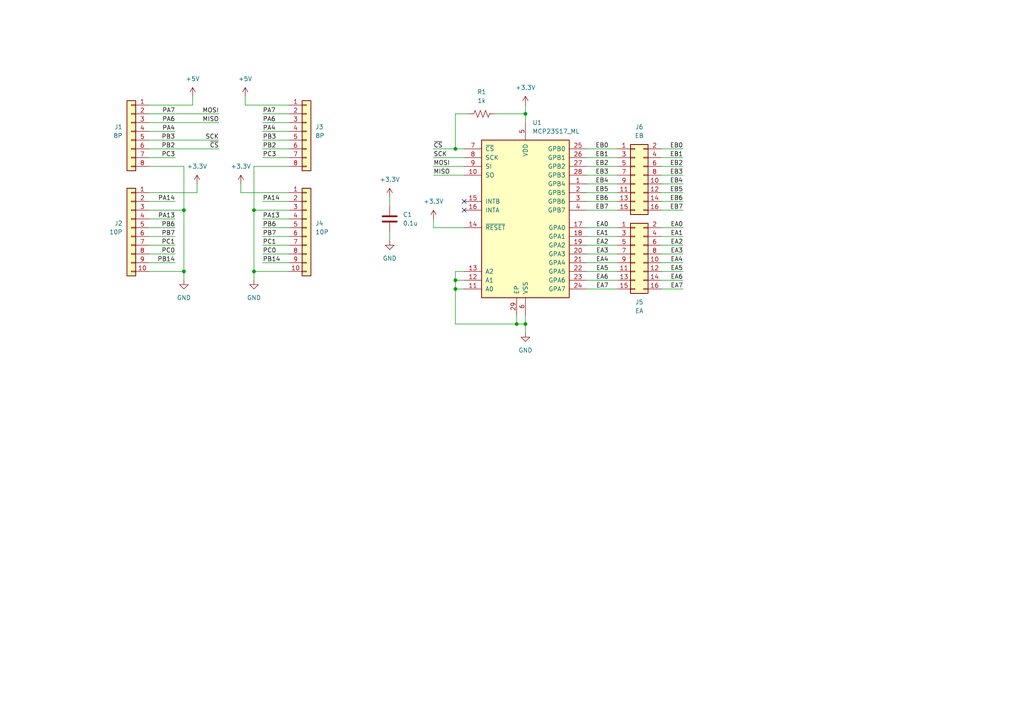
<source format=kicad_sch>
(kicad_sch (version 20211123) (generator eeschema)
  (paper "A4")
  (lib_symbols
    (symbol "Connector_Generic:Conn_01x08" (pin_names (offset 1.016) hide)
      (property "Reference" "J" (at 0 10.16 0))
      (property "Value" "Conn_01x08" (at 0 -12.7 0))
      (symbol "Conn_01x08_1_1"
        (rectangle (start -1.27 -10.033) (end 0 -10.287) (stroke (width 0.1524)))
        (rectangle (start -1.27 -7.493) (end 0 -7.747) (stroke (width 0.1524)))
        (rectangle (start -1.27 -4.953) (end 0 -5.207) (stroke (width 0.1524)))
        (rectangle (start -1.27 -2.413) (end 0 -2.667) (stroke (width 0.1524)))
        (rectangle (start -1.27 0.127) (end 0 -0.127) (stroke (width 0.1524)))
        (rectangle (start -1.27 2.667) (end 0 2.413) (stroke (width 0.1524)))
        (rectangle (start -1.27 5.207) (end 0 4.953) (stroke (width 0.1524)))
        (rectangle (start -1.27 7.747) (end 0 7.493) (stroke (width 0.1524)))
        (rectangle (start -1.27 8.89) (end 1.27 -11.43) (stroke (width 0.254)) (fill (type background)))
        (pin passive line (at -5.08 7.62 0) (length 3.81) (name "Pin_1") (number "1"))
        (pin passive line (at -5.08 5.08 0) (length 3.81) (name "Pin_2") (number "2"))
        (pin passive line (at -5.08 2.54 0) (length 3.81) (name "Pin_3") (number "3"))
        (pin passive line (at -5.08 0 0) (length 3.81) (name "Pin_4") (number "4"))
        (pin passive line (at -5.08 -2.54 0) (length 3.81) (name "Pin_5") (number "5"))
        (pin passive line (at -5.08 -5.08 0) (length 3.81) (name "Pin_6") (number "6"))
        (pin passive line (at -5.08 -7.62 0) (length 3.81) (name "Pin_7") (number "7"))
        (pin passive line (at -5.08 -10.16 0) (length 3.81) (name "Pin_8") (number "8"))
      )
    )
    (symbol "Connector_Generic:Conn_01x10" (pin_names (offset 1.016) hide)
      (property "Reference" "J" (at 0 12.7 0))
      (property "Value" "Conn_01x10" (at 0 -15.24 0))
      (symbol "Conn_01x10_1_1"
        (rectangle (start -1.27 -12.573) (end 0 -12.827) (stroke (width 0.1524)))
        (rectangle (start -1.27 -10.033) (end 0 -10.287) (stroke (width 0.1524)))
        (rectangle (start -1.27 -7.493) (end 0 -7.747) (stroke (width 0.1524)))
        (rectangle (start -1.27 -4.953) (end 0 -5.207) (stroke (width 0.1524)))
        (rectangle (start -1.27 -2.413) (end 0 -2.667) (stroke (width 0.1524)))
        (rectangle (start -1.27 0.127) (end 0 -0.127) (stroke (width 0.1524)))
        (rectangle (start -1.27 2.667) (end 0 2.413) (stroke (width 0.1524)))
        (rectangle (start -1.27 5.207) (end 0 4.953) (stroke (width 0.1524)))
        (rectangle (start -1.27 7.747) (end 0 7.493) (stroke (width 0.1524)))
        (rectangle (start -1.27 10.287) (end 0 10.033) (stroke (width 0.1524)))
        (rectangle (start -1.27 11.43) (end 1.27 -13.97) (stroke (width 0.254)) (fill (type background)))
        (pin passive line (at -5.08 10.16 0) (length 3.81) (name "Pin_1") (number "1"))
        (pin passive line (at -5.08 -12.7 0) (length 3.81) (name "Pin_10") (number "10"))
        (pin passive line (at -5.08 7.62 0) (length 3.81) (name "Pin_2") (number "2"))
        (pin passive line (at -5.08 5.08 0) (length 3.81) (name "Pin_3") (number "3"))
        (pin passive line (at -5.08 2.54 0) (length 3.81) (name "Pin_4") (number "4"))
        (pin passive line (at -5.08 0 0) (length 3.81) (name "Pin_5") (number "5"))
        (pin passive line (at -5.08 -2.54 0) (length 3.81) (name "Pin_6") (number "6"))
        (pin passive line (at -5.08 -5.08 0) (length 3.81) (name "Pin_7") (number "7"))
        (pin passive line (at -5.08 -7.62 0) (length 3.81) (name "Pin_8") (number "8"))
        (pin passive line (at -5.08 -10.16 0) (length 3.81) (name "Pin_9") (number "9"))
      )
    )
    (symbol "Connector_Generic:Conn_02x08_Odd_Even" (pin_names (offset 1.016) hide)
      (property "Reference" "J" (at 1.27 10.16 0))
      (property "Value" "Conn_02x08_Odd_Even" (at 1.27 -12.7 0))
      (symbol "Conn_02x08_Odd_Even_1_1"
        (rectangle (start -1.27 -10.033) (end 0 -10.287) (stroke (width 0.1524)))
        (rectangle (start -1.27 -7.493) (end 0 -7.747) (stroke (width 0.1524)))
        (rectangle (start -1.27 -4.953) (end 0 -5.207) (stroke (width 0.1524)))
        (rectangle (start -1.27 -2.413) (end 0 -2.667) (stroke (width 0.1524)))
        (rectangle (start -1.27 0.127) (end 0 -0.127) (stroke (width 0.1524)))
        (rectangle (start -1.27 2.667) (end 0 2.413) (stroke (width 0.1524)))
        (rectangle (start -1.27 5.207) (end 0 4.953) (stroke (width 0.1524)))
        (rectangle (start -1.27 7.747) (end 0 7.493) (stroke (width 0.1524)))
        (rectangle (start -1.27 8.89) (end 3.81 -11.43) (stroke (width 0.254)) (fill (type background)))
        (rectangle (start 3.81 -10.033) (end 2.54 -10.287) (stroke (width 0.1524)))
        (rectangle (start 3.81 -7.493) (end 2.54 -7.747) (stroke (width 0.1524)))
        (rectangle (start 3.81 -4.953) (end 2.54 -5.207) (stroke (width 0.1524)))
        (rectangle (start 3.81 -2.413) (end 2.54 -2.667) (stroke (width 0.1524)))
        (rectangle (start 3.81 0.127) (end 2.54 -0.127) (stroke (width 0.1524)))
        (rectangle (start 3.81 2.667) (end 2.54 2.413) (stroke (width 0.1524)))
        (rectangle (start 3.81 5.207) (end 2.54 4.953) (stroke (width 0.1524)))
        (rectangle (start 3.81 7.747) (end 2.54 7.493) (stroke (width 0.1524)))
        (pin passive line (at -5.08 7.62 0) (length 3.81) (name "Pin_1") (number "1"))
        (pin passive line (at 7.62 -2.54 180) (length 3.81) (name "Pin_10") (number "10"))
        (pin passive line (at -5.08 -5.08 0) (length 3.81) (name "Pin_11") (number "11"))
        (pin passive line (at 7.62 -5.08 180) (length 3.81) (name "Pin_12") (number "12"))
        (pin passive line (at -5.08 -7.62 0) (length 3.81) (name "Pin_13") (number "13"))
        (pin passive line (at 7.62 -7.62 180) (length 3.81) (name "Pin_14") (number "14"))
        (pin passive line (at -5.08 -10.16 0) (length 3.81) (name "Pin_15") (number "15"))
        (pin passive line (at 7.62 -10.16 180) (length 3.81) (name "Pin_16") (number "16"))
        (pin passive line (at 7.62 7.62 180) (length 3.81) (name "Pin_2") (number "2"))
        (pin passive line (at -5.08 5.08 0) (length 3.81) (name "Pin_3") (number "3"))
        (pin passive line (at 7.62 5.08 180) (length 3.81) (name "Pin_4") (number "4"))
        (pin passive line (at -5.08 2.54 0) (length 3.81) (name "Pin_5") (number "5"))
        (pin passive line (at 7.62 2.54 180) (length 3.81) (name "Pin_6") (number "6"))
        (pin passive line (at -5.08 0 0) (length 3.81) (name "Pin_7") (number "7"))
        (pin passive line (at 7.62 0 180) (length 3.81) (name "Pin_8") (number "8"))
        (pin passive line (at -5.08 -2.54 0) (length 3.81) (name "Pin_9") (number "9"))
      )
    )
    (symbol "Device:C" (pin_numbers hide) (pin_names (offset 0.254))
      (property "Reference" "C" (at 0.635 2.54 0))
      (property "Value" "C" (at 0.635 -2.54 0))
      (symbol "C_0_1"
        (polyline (pts (xy -2.032 -0.762) (xy 2.032 -0.762)) (stroke (width 0.508)))
        (polyline (pts (xy -2.032 0.762) (xy 2.032 0.762)) (stroke (width 0.508)))
      )
      (symbol "C_1_1"
        (pin passive line (at 0 3.81 270) (length 2.794) (name "~") (number "1"))
        (pin passive line (at 0 -3.81 90) (length 2.794) (name "~") (number "2"))
      )
    )
    (symbol "Device:R_US" (pin_numbers hide) (pin_names (offset 0))
      (property "Reference" "R" (at 2.54 0 90))
      (property "Value" "R_US" (at -2.54 0 90))
      (symbol "R_US_0_1"
        (polyline (pts (xy 0 -2.286) (xy 0 -2.54)))
        (polyline (pts (xy 0 2.286) (xy 0 2.54)))
        (polyline (pts (xy 0 -0.762) (xy 1.016 -1.143) (xy 0 -1.524) (xy -1.016 -1.905) (xy 0 -2.286)))
        (polyline (pts (xy 0 0.762) (xy 1.016 0.381) (xy 0 0) (xy -1.016 -0.381) (xy 0 -0.762)))
        (polyline (pts (xy 0 2.286) (xy 1.016 1.905) (xy 0 1.524) (xy -1.016 1.143) (xy 0 0.762)))
      )
      (symbol "R_US_1_1"
        (pin passive line (at 0 3.81 270) (length 1.27) (name "~") (number "1"))
        (pin passive line (at 0 -3.81 90) (length 1.27) (name "~") (number "2"))
      )
    )
    (symbol "Interface_Expansion:MCP23S17_ML" (pin_names (offset 1.016))
      (property "Reference" "U" (at -11.43 24.13 0))
      (property "Value" "MCP23S17_ML" (at 0 0 0))
      (symbol "MCP23S17_ML_0_1"
        (rectangle (start -12.7 22.86) (end 12.7 -22.86) (stroke (width 0.254)) (fill (type background)))
      )
      (symbol "MCP23S17_ML_1_1"
        (pin bidirectional line (at 17.78 10.16 180) (length 5.08) (name "GPB4") (number "1"))
        (pin output line (at -17.78 12.7 0) (length 5.08) (name "SO") (number "10"))
        (pin input line (at -17.78 -20.32 0) (length 5.08) (name "A0") (number "11"))
        (pin input line (at -17.78 -17.78 0) (length 5.08) (name "A1") (number "12"))
        (pin input line (at -17.78 -15.24 0) (length 5.08) (name "A2") (number "13"))
        (pin input line (at -17.78 -2.54 0) (length 5.08) (name "~{RESET}") (number "14"))
        (pin tri_state line (at -17.78 5.08 0) (length 5.08) (name "INTB") (number "15"))
        (pin tri_state line (at -17.78 2.54 0) (length 5.08) (name "INTA") (number "16"))
        (pin bidirectional line (at 17.78 -2.54 180) (length 5.08) (name "GPA0") (number "17"))
        (pin bidirectional line (at 17.78 -5.08 180) (length 5.08) (name "GPA1") (number "18"))
        (pin bidirectional line (at 17.78 -7.62 180) (length 5.08) (name "GPA2") (number "19"))
        (pin bidirectional line (at 17.78 7.62 180) (length 5.08) (name "GPB5") (number "2"))
        (pin bidirectional line (at 17.78 -10.16 180) (length 5.08) (name "GPA3") (number "20"))
        (pin bidirectional line (at 17.78 -12.7 180) (length 5.08) (name "GPA4") (number "21"))
        (pin bidirectional line (at 17.78 -15.24 180) (length 5.08) (name "GPA5") (number "22"))
        (pin bidirectional line (at 17.78 -17.78 180) (length 5.08) (name "GPA6") (number "23"))
        (pin bidirectional line (at 17.78 -20.32 180) (length 5.08) (name "GPA7") (number "24"))
        (pin bidirectional line (at 17.78 20.32 180) (length 5.08) (name "GPB0") (number "25"))
        (pin bidirectional line (at 17.78 17.78 180) (length 5.08) (name "GPB1") (number "26"))
        (pin bidirectional line (at 17.78 15.24 180) (length 5.08) (name "GPB2") (number "27"))
        (pin bidirectional line (at 17.78 12.7 180) (length 5.08) (name "GPB3") (number "28"))
        (pin passive line (at -2.54 -27.94 90) (length 5.08) (name "EP") (number "29"))
        (pin bidirectional line (at 17.78 5.08 180) (length 5.08) (name "GPB6") (number "3"))
        (pin bidirectional line (at 17.78 2.54 180) (length 5.08) (name "GPB7") (number "4"))
        (pin power_in line (at 0 27.94 270) (length 5.08) (name "VDD") (number "5"))
        (pin power_in line (at 0 -27.94 90) (length 5.08) (name "VSS") (number "6"))
        (pin input line (at -17.78 20.32 0) (length 5.08) (name "~{CS}") (number "7"))
        (pin input line (at -17.78 17.78 0) (length 5.08) (name "SCK") (number "8"))
        (pin input line (at -17.78 15.24 0) (length 5.08) (name "SI") (number "9"))
      )
    )
    (symbol "power:+3.3V" (power) (pin_names (offset 0))
      (property "Value" "+3.3V" (at 0 3.556 0))
      (symbol "+3.3V_0_1"
        (polyline (pts (xy -0.762 1.27) (xy 0 2.54)))
        (polyline (pts (xy 0 0) (xy 0 2.54)))
        (polyline (pts (xy 0 2.54) (xy 0.762 1.27)))
      )
      (symbol "+3.3V_1_1"
        (pin power_in line (at 0 0 90) (length 0) hide (name "+3.3V") (number "1"))
      )
    )
    (symbol "power:+5V" (power) (pin_names (offset 0))
      (property "Value" "+5V" (at 0 3.556 0))
      (symbol "+5V_0_1"
        (polyline (pts (xy -0.762 1.27) (xy 0 2.54)))
        (polyline (pts (xy 0 0) (xy 0 2.54)))
        (polyline (pts (xy 0 2.54) (xy 0.762 1.27)))
      )
      (symbol "+5V_1_1"
        (pin power_in line (at 0 0 90) (length 0) hide (name "+5V") (number "1"))
      )
    )
    (symbol "power:GND" (power) (pin_names (offset 0))
      (property "Value" "GND" (at 0 -3.81 0))
      (symbol "GND_0_1"
        (polyline (pts (xy 0 0) (xy 0 -1.27) (xy 1.27 -1.27) (xy 0 -2.54) (xy -1.27 -1.27) (xy 0 -1.27)))
      )
      (symbol "GND_1_1"
        (pin power_in line (at 0 0 270) (length 0) hide (name "GND") (number "1"))
      )
    )
  )
  (junction (at 73.66 78.74))
  (junction (at 132.08 83.82))
  (junction (at 132.08 81.28))
  (junction (at 152.4 93.98))
  (junction (at 53.34 60.96))
  (junction (at 149.86 93.98))
  (junction (at 132.08 43.18))
  (junction (at 53.34 78.74))
  (junction (at 152.4 33.02))
  (junction (at 73.66 60.96))
  (no_connect (at 134.62 58.42))
  (no_connect (at 134.62 60.96))
  (wire (pts (xy 134.62 66.04) (xy 125.73 66.04)))
  (wire (pts (xy 170.18 50.8) (xy 179.07 50.8)))
  (wire (pts (xy 43.18 63.5) (xy 50.8 63.5)))
  (wire (pts (xy 170.18 58.42) (xy 179.07 58.42)))
  (wire (pts (xy 43.18 60.96) (xy 53.34 60.96)))
  (wire (pts (xy 83.82 58.42) (xy 76.2 58.42)))
  (wire (pts (xy 83.82 40.64) (xy 76.2 40.64)))
  (wire (pts (xy 198.12 60.96) (xy 191.77 60.96)))
  (wire (pts (xy 43.18 76.2) (xy 50.8 76.2)))
  (wire (pts (xy 198.12 83.82) (xy 191.77 83.82)))
  (wire (pts (xy 152.4 35.56) (xy 152.4 33.02)))
  (wire (pts (xy 83.82 66.04) (xy 76.2 66.04)))
  (wire (pts (xy 83.82 38.1) (xy 76.2 38.1)))
  (wire (pts (xy 132.08 43.18) (xy 134.62 43.18)))
  (wire (pts (xy 198.12 48.26) (xy 191.77 48.26)))
  (wire (pts (xy 55.88 30.48) (xy 55.88 27.94)))
  (wire (pts (xy 43.18 71.12) (xy 50.8 71.12)))
  (wire (pts (xy 83.82 48.26) (xy 73.66 48.26)))
  (wire (pts (xy 170.18 45.72) (xy 179.07 45.72)))
  (wire (pts (xy 83.82 76.2) (xy 76.2 76.2)))
  (wire (pts (xy 170.18 48.26) (xy 179.07 48.26)))
  (wire (pts (xy 170.18 76.2) (xy 179.07 76.2)))
  (wire (pts (xy 43.18 35.56) (xy 63.5 35.56)))
  (wire (pts (xy 143.51 33.02) (xy 152.4 33.02)))
  (wire (pts (xy 134.62 45.72) (xy 125.73 45.72)))
  (wire (pts (xy 170.18 43.18) (xy 179.07 43.18)))
  (wire (pts (xy 83.82 78.74) (xy 73.66 78.74)))
  (wire (pts (xy 43.18 48.26) (xy 53.34 48.26)))
  (wire (pts (xy 73.66 78.74) (xy 73.66 81.28)))
  (wire (pts (xy 149.86 91.44) (xy 149.86 93.98)))
  (wire (pts (xy 73.66 48.26) (xy 73.66 60.96)))
  (wire (pts (xy 198.12 45.72) (xy 191.77 45.72)))
  (wire (pts (xy 198.12 50.8) (xy 191.77 50.8)))
  (wire (pts (xy 43.18 66.04) (xy 50.8 66.04)))
  (wire (pts (xy 83.82 30.48) (xy 71.12 30.48)))
  (wire (pts (xy 170.18 73.66) (xy 179.07 73.66)))
  (wire (pts (xy 83.82 35.56) (xy 76.2 35.56)))
  (wire (pts (xy 53.34 78.74) (xy 53.34 81.28)))
  (wire (pts (xy 132.08 83.82) (xy 132.08 93.98)))
  (wire (pts (xy 69.85 53.34) (xy 69.85 55.88)))
  (wire (pts (xy 132.08 33.02) (xy 132.08 43.18)))
  (wire (pts (xy 152.4 33.02) (xy 152.4 30.48)))
  (wire (pts (xy 170.18 68.58) (xy 179.07 68.58)))
  (wire (pts (xy 43.18 68.58) (xy 50.8 68.58)))
  (wire (pts (xy 132.08 78.74) (xy 132.08 81.28)))
  (wire (pts (xy 132.08 43.18) (xy 125.73 43.18)))
  (wire (pts (xy 170.18 66.04) (xy 179.07 66.04)))
  (wire (pts (xy 53.34 48.26) (xy 53.34 60.96)))
  (wire (pts (xy 198.12 78.74) (xy 191.77 78.74)))
  (wire (pts (xy 43.18 45.72) (xy 50.8 45.72)))
  (wire (pts (xy 83.82 71.12) (xy 76.2 71.12)))
  (wire (pts (xy 83.82 68.58) (xy 76.2 68.58)))
  (wire (pts (xy 43.18 40.64) (xy 63.5 40.64)))
  (wire (pts (xy 43.18 58.42) (xy 50.8 58.42)))
  (wire (pts (xy 198.12 53.34) (xy 191.77 53.34)))
  (wire (pts (xy 43.18 43.18) (xy 63.5 43.18)))
  (wire (pts (xy 71.12 30.48) (xy 71.12 27.94)))
  (wire (pts (xy 170.18 81.28) (xy 179.07 81.28)))
  (wire (pts (xy 113.03 59.69) (xy 113.03 57.15)))
  (wire (pts (xy 198.12 76.2) (xy 191.77 76.2)))
  (wire (pts (xy 83.82 73.66) (xy 76.2 73.66)))
  (wire (pts (xy 198.12 68.58) (xy 191.77 68.58)))
  (wire (pts (xy 198.12 43.18) (xy 191.77 43.18)))
  (wire (pts (xy 170.18 60.96) (xy 179.07 60.96)))
  (wire (pts (xy 170.18 71.12) (xy 179.07 71.12)))
  (wire (pts (xy 135.89 33.02) (xy 132.08 33.02)))
  (wire (pts (xy 198.12 55.88) (xy 191.77 55.88)))
  (wire (pts (xy 170.18 78.74) (xy 179.07 78.74)))
  (wire (pts (xy 134.62 50.8) (xy 125.73 50.8)))
  (wire (pts (xy 134.62 83.82) (xy 132.08 83.82)))
  (wire (pts (xy 53.34 60.96) (xy 53.34 78.74)))
  (wire (pts (xy 43.18 30.48) (xy 55.88 30.48)))
  (wire (pts (xy 198.12 73.66) (xy 191.77 73.66)))
  (wire (pts (xy 83.82 55.88) (xy 69.85 55.88)))
  (wire (pts (xy 198.12 71.12) (xy 191.77 71.12)))
  (wire (pts (xy 198.12 66.04) (xy 191.77 66.04)))
  (wire (pts (xy 113.03 67.31) (xy 113.03 69.85)))
  (wire (pts (xy 83.82 33.02) (xy 76.2 33.02)))
  (wire (pts (xy 83.82 63.5) (xy 76.2 63.5)))
  (wire (pts (xy 132.08 81.28) (xy 132.08 83.82)))
  (wire (pts (xy 170.18 53.34) (xy 179.07 53.34)))
  (wire (pts (xy 43.18 38.1) (xy 50.8 38.1)))
  (wire (pts (xy 170.18 83.82) (xy 179.07 83.82)))
  (wire (pts (xy 198.12 81.28) (xy 191.77 81.28)))
  (wire (pts (xy 134.62 78.74) (xy 132.08 78.74)))
  (wire (pts (xy 132.08 93.98) (xy 149.86 93.98)))
  (wire (pts (xy 152.4 93.98) (xy 149.86 93.98)))
  (wire (pts (xy 73.66 60.96) (xy 73.66 78.74)))
  (wire (pts (xy 57.15 53.34) (xy 57.15 55.88)))
  (wire (pts (xy 43.18 78.74) (xy 53.34 78.74)))
  (wire (pts (xy 125.73 66.04) (xy 125.73 63.5)))
  (wire (pts (xy 134.62 48.26) (xy 125.73 48.26)))
  (wire (pts (xy 198.12 58.42) (xy 191.77 58.42)))
  (wire (pts (xy 83.82 45.72) (xy 76.2 45.72)))
  (wire (pts (xy 152.4 93.98) (xy 152.4 96.52)))
  (wire (pts (xy 83.82 60.96) (xy 73.66 60.96)))
  (wire (pts (xy 134.62 81.28) (xy 132.08 81.28)))
  (wire (pts (xy 170.18 55.88) (xy 179.07 55.88)))
  (wire (pts (xy 152.4 91.44) (xy 152.4 93.98)))
  (wire (pts (xy 43.18 55.88) (xy 57.15 55.88)))
  (wire (pts (xy 43.18 73.66) (xy 50.8 73.66)))
  (wire (pts (xy 83.82 43.18) (xy 76.2 43.18)))
  (wire (pts (xy 43.18 33.02) (xy 63.5 33.02)))
  (label "PB3" (at 50.8 40.64 180))
  (label "PC1" (at 50.8 71.12 180))
  (label "PA6" (at 76.2 35.56 0))
  (label "EB0" (at 176.53 43.18 180))
  (label "MOSI" (at 125.73 48.26 0))
  (label "SCK" (at 125.73 45.72 0))
  (label "EA6" (at 176.53 81.28 180))
  (label "EA1" (at 176.53 68.58 180))
  (label "PA13" (at 50.8 63.5 180))
  (label "PA4" (at 76.2 38.1 0))
  (label "EA3" (at 198.12 73.66 180))
  (label "PC0" (at 50.8 73.66 180))
  (label "EA2" (at 176.53 71.12 180))
  (label "PB2" (at 50.8 43.18 180))
  (label "EB4" (at 198.12 53.34 180))
  (label "EB3" (at 198.12 50.8 180))
  (label "PA14" (at 76.2 58.42 0))
  (label "EA5" (at 176.53 78.74 180))
  (label "PA14" (at 50.8 58.42 180))
  (label "PB7" (at 50.8 68.58 180))
  (label "PC1" (at 76.2 71.12 0))
  (label "PA13" (at 76.2 63.5 0))
  (label "MISO" (at 125.73 50.8 0))
  (label "EA7" (at 176.53 83.82 180))
  (label "PC3" (at 76.2 45.72 0))
  (label "PA4" (at 50.8 38.1 180))
  (label "PC3" (at 50.8 45.72 180))
  (label "EA4" (at 198.12 76.2 180))
  (label "EB6" (at 176.53 58.42 180))
  (label "PB2" (at 76.2 43.18 0))
  (label "EB4" (at 176.53 53.34 180))
  (label "PA7" (at 50.8 33.02 180))
  (label "PA6" (at 50.8 35.56 180))
  (label "PB14" (at 50.8 76.2 180))
  (label "EB0" (at 198.12 43.18 180))
  (label "EA2" (at 198.12 71.12 180))
  (label "EA1" (at 198.12 68.58 180))
  (label "EA6" (at 198.12 81.28 180))
  (label "MOSI" (at 63.5 33.02 180))
  (label "EA5" (at 198.12 78.74 180))
  (label "SCK" (at 63.5 40.64 180))
  (label "EB1" (at 176.53 45.72 180))
  (label "EB7" (at 176.53 60.96 180))
  (label "~{CS}" (at 63.5 43.18 180))
  (label "EB1" (at 198.12 45.72 180))
  (label "EA7" (at 198.12 83.82 180))
  (label "PB14" (at 76.2 76.2 0))
  (label "MISO" (at 63.5 35.56 180))
  (label "EB7" (at 198.12 60.96 180))
  (label "EB5" (at 176.53 55.88 180))
  (label "EA0" (at 198.12 66.04 180))
  (label "EB6" (at 198.12 58.42 180))
  (label "PB6" (at 76.2 66.04 0))
  (label "EB2" (at 198.12 48.26 180))
  (label "PC0" (at 76.2 73.66 0))
  (label "PB6" (at 50.8 66.04 180))
  (label "EA0" (at 176.53 66.04 180))
  (label "EA3" (at 176.53 73.66 180))
  (label "PB3" (at 76.2 40.64 0))
  (label "~{CS}" (at 125.73 43.18 0))
  (label "EB5" (at 198.12 55.88 180))
  (label "EB3" (at 176.53 50.8 180))
  (label "EA4" (at 176.53 76.2 180))
  (label "PB7" (at 76.2 68.58 0))
  (label "EB2" (at 176.53 48.26 180))
  (label "PA7" (at 76.2 33.02 0))
  (symbol (lib_id "power:GND") (at 53.34 81.28 0) (unit 1)
    (property "Reference" "#PWR0101" (effects hide))
    (property "Value" "GND" (at 53.34 86.36 0))
  )
  (symbol (lib_id "power:+3.3V") (at 152.4 30.48 0) (unit 1)
    (property "Reference" "#PWR0107" (effects hide))
    (property "Value" "+3.3V" (at 152.4 25.4 0))
  )
  (symbol (lib_id "power:+3.3V") (at 113.03 57.15 0) (unit 1)
    (property "Reference" "#PWR0105" (effects hide))
    (property "Value" "+3.3V" (at 113.03 52.07 0))
  )
  (symbol (lib_id "Device:C") (at 113.03 63.5 0) (unit 1)
    (property "Reference" "C1" (at 116.84 62.2299 0) (effects (justify left)))
    (property "Value" "0.1u" (at 116.84 64.7699 0) (effects (justify left)))
    (property "Footprint" "Capacitor_SMD:C_0603_1608Metric_Pad1.08x0.95mm_HandSolder" (effects hide))
  )
  (symbol (lib_id "Interface_Expansion:MCP23S17_ML") (at 152.4 63.5 0) (unit 1)
    (property "Reference" "U1" (at 154.4194 35.56 0) (effects (justify left)))
    (property "Value" "MCP23S17_ML" (at 154.4194 38.1 0) (effects (justify left)))
    (property "Footprint" "Package_DFN_QFN:QFN-28-1EP_6x6mm_P0.65mm_EP4.25x4.25mm" (effects hide))
    (property "Datasheet" "http://ww1.microchip.com/downloads/en/DeviceDoc/20001952C.pdf" (effects hide))
  )
  (symbol (lib_id "power:+3.3V") (at 125.73 63.5 0) (unit 1)
    (property "Reference" "#PWR0106" (effects hide))
    (property "Value" "+3.3V" (at 125.73 58.42 0))
  )
  (symbol (lib_id "Connector_Generic:Conn_02x08_Odd_Even") (at 184.15 50.8 0) (unit 1)
    (property "Reference" "J6" (at 185.42 36.83 0))
    (property "Value" "EB" (at 185.42 39.37 0))
    (property "Footprint" "Connector_PinHeader_2.54mm:PinHeader_2x08_P2.54mm_Vertical" (effects hide))
  )
  (symbol (lib_id "power:+3.3V") (at 57.15 53.34 0) (unit 1)
    (property "Reference" "#PWR0110" (effects hide))
    (property "Value" "+3.3V" (at 57.15 48.26 0))
  )
  (symbol (lib_id "power:+5V") (at 55.88 27.94 0) (unit 1)
    (property "Reference" "#PWR0102" (effects hide))
    (property "Value" "+5V" (at 55.88 22.86 0))
  )
  (symbol (lib_id "Connector_Generic:Conn_01x10") (at 88.9 66.04 0) (unit 1)
    (property "Reference" "J4" (at 91.44 64.77 0) (effects (justify left)))
    (property "Value" "10P" (at 91.44 67.31 0) (effects (justify left)))
    (property "Footprint" "Connector_PinHeader_2.54mm:PinHeader_1x10_P2.54mm_Vertical" (effects hide))
  )
  (symbol (lib_id "Device:R_US") (at 139.7 33.02 90) (unit 1)
    (property "Reference" "R1" (at 139.7 26.67 90))
    (property "Value" "1k" (at 139.7 29.21 90))
    (property "Footprint" "Resistor_SMD:R_0603_1608Metric_Pad0.98x0.95mm_HandSolder" (effects hide))
  )
  (symbol (lib_id "power:GND") (at 152.4 96.52 0) (unit 1)
    (property "Reference" "#PWR0108" (effects hide))
    (property "Value" "GND" (at 152.4 101.6 0))
  )
  (symbol (lib_id "Connector_Generic:Conn_01x10") (at 38.1 66.04 0) (mirror y) (unit 1)
    (property "Reference" "J2" (at 35.56 64.77 0) (effects (justify left)))
    (property "Value" "10P" (at 35.56 67.31 0) (effects (justify left)))
    (property "Footprint" "flipper_headers:PinHeader_1x10_P2.54mm_Horizontal" (effects hide))
  )
  (symbol (lib_id "Connector_Generic:Conn_01x08") (at 88.9 38.1 0) (unit 1)
    (property "Reference" "J3" (at 91.44 36.83 0) (effects (justify left)))
    (property "Value" "8P" (at 91.44 39.37 0) (effects (justify left)))
    (property "Footprint" "Connector_PinHeader_2.54mm:PinHeader_1x08_P2.54mm_Vertical" (effects hide))
  )
  (symbol (lib_id "power:+5V") (at 71.12 27.94 0) (mirror y) (unit 1)
    (property "Reference" "#PWR0109" (effects hide))
    (property "Value" "+5V" (at 71.12 22.86 0))
  )
  (symbol (lib_id "power:GND") (at 73.66 81.28 0) (mirror y) (unit 1)
    (property "Reference" "#PWR0103" (effects hide))
    (property "Value" "GND" (at 73.66 86.36 0))
  )
  (symbol (lib_id "Connector_Generic:Conn_02x08_Odd_Even") (at 184.15 73.66 0) (unit 1)
    (property "Reference" "J5" (at 185.42 87.63 0))
    (property "Value" "EA" (at 185.42 90.17 0))
    (property "Footprint" "Connector_PinHeader_2.54mm:PinHeader_2x08_P2.54mm_Vertical" (effects hide))
  )
  (symbol (lib_id "power:+3.3V") (at 69.85 53.34 0) (mirror y) (unit 1)
    (property "Reference" "#PWR0111" (effects hide))
    (property "Value" "+3.3V" (at 69.85 48.26 0))
  )
  (symbol (lib_id "Connector_Generic:Conn_01x08") (at 38.1 38.1 0) (mirror y) (unit 1)
    (property "Reference" "J1" (at 35.56 36.83 0) (effects (justify left)))
    (property "Value" "8P" (at 35.56 39.37 0) (effects (justify left)))
    (property "Footprint" "flipper_headers:PinHeader_1x08_P2.54mm_Horizontal" (effects hide))
  )
  (symbol (lib_id "power:GND") (at 113.03 69.85 0) (unit 1)
    (property "Reference" "#PWR0104" (effects hide))
    (property "Value" "GND" (at 113.03 74.93 0))
  )
)
</source>
